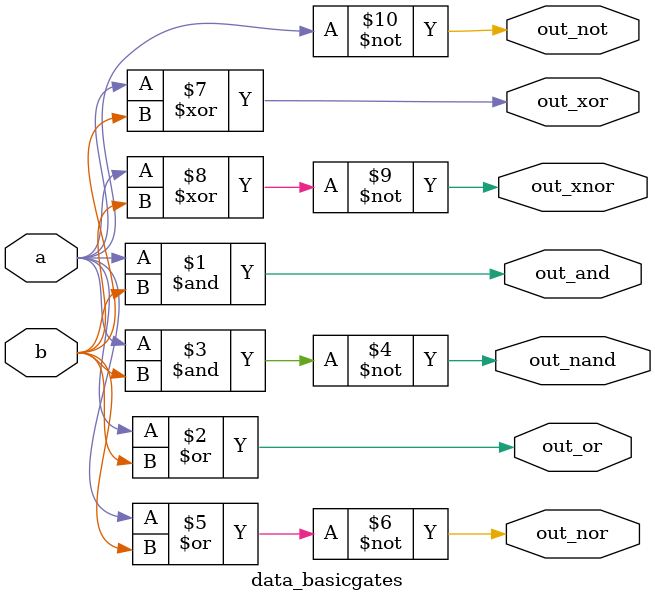
<source format=v>
module data_basicgates(output out_and,out_or,out_nand,out_nor,out_not,out_xor,out_xnor,
                       input a,b);
and g1(out_and, a, b);
or g2(out_or, a, b);
nand g3(out_nand, a, b);
nor g4(out_nor, a, b);
not g5(out_not, a);       
xor g6(out_xor, a, b);
xnor g7(out_xnor, a, b);
endmodule

</source>
